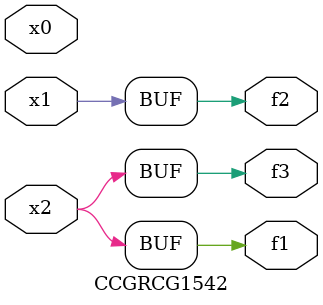
<source format=v>
module CCGRCG1542(
	input x0, x1, x2,
	output f1, f2, f3
);
	assign f1 = x2;
	assign f2 = x1;
	assign f3 = x2;
endmodule

</source>
